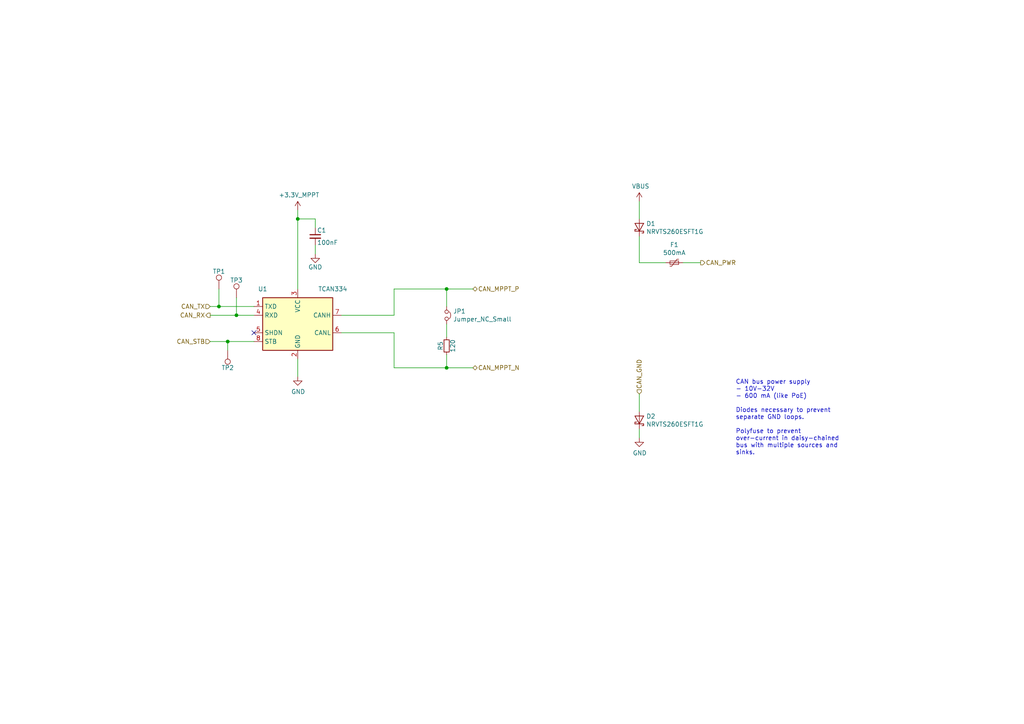
<source format=kicad_sch>
(kicad_sch
	(version 20250114)
	(generator "eeschema")
	(generator_version "9.0")
	(uuid "c84e85d1-d88b-4a38-b2f3-f3712317fab8")
	(paper "A4")
	(lib_symbols
		(symbol "Connector:TestPoint"
			(pin_numbers
				(hide yes)
			)
			(pin_names
				(offset 0.762)
				(hide yes)
			)
			(exclude_from_sim no)
			(in_bom yes)
			(on_board yes)
			(property "Reference" "TP"
				(at 0 6.858 0)
				(effects
					(font
						(size 1.27 1.27)
					)
				)
			)
			(property "Value" "TestPoint"
				(at 0 5.08 0)
				(effects
					(font
						(size 1.27 1.27)
					)
				)
			)
			(property "Footprint" ""
				(at 5.08 0 0)
				(effects
					(font
						(size 1.27 1.27)
					)
					(hide yes)
				)
			)
			(property "Datasheet" "~"
				(at 5.08 0 0)
				(effects
					(font
						(size 1.27 1.27)
					)
					(hide yes)
				)
			)
			(property "Description" "test point"
				(at 0 0 0)
				(effects
					(font
						(size 1.27 1.27)
					)
					(hide yes)
				)
			)
			(property "ki_keywords" "test point tp"
				(at 0 0 0)
				(effects
					(font
						(size 1.27 1.27)
					)
					(hide yes)
				)
			)
			(property "ki_fp_filters" "Pin* Test*"
				(at 0 0 0)
				(effects
					(font
						(size 1.27 1.27)
					)
					(hide yes)
				)
			)
			(symbol "TestPoint_0_1"
				(circle
					(center 0 3.302)
					(radius 0.762)
					(stroke
						(width 0)
						(type default)
					)
					(fill
						(type none)
					)
				)
			)
			(symbol "TestPoint_1_1"
				(pin passive line
					(at 0 0 90)
					(length 2.54)
					(name "1"
						(effects
							(font
								(size 1.27 1.27)
							)
						)
					)
					(number "1"
						(effects
							(font
								(size 1.27 1.27)
							)
						)
					)
				)
			)
			(embedded_fonts no)
		)
		(symbol "Device:Polyfuse_Small"
			(pin_numbers
				(hide yes)
			)
			(pin_names
				(offset 0)
			)
			(exclude_from_sim no)
			(in_bom yes)
			(on_board yes)
			(property "Reference" "F"
				(at -1.905 0 90)
				(effects
					(font
						(size 1.27 1.27)
					)
				)
			)
			(property "Value" "Polyfuse_Small"
				(at 1.905 0 90)
				(effects
					(font
						(size 1.27 1.27)
					)
				)
			)
			(property "Footprint" ""
				(at 1.27 -5.08 0)
				(effects
					(font
						(size 1.27 1.27)
					)
					(justify left)
					(hide yes)
				)
			)
			(property "Datasheet" "~"
				(at 0 0 0)
				(effects
					(font
						(size 1.27 1.27)
					)
					(hide yes)
				)
			)
			(property "Description" "Resettable fuse, polymeric positive temperature coefficient, small symbol"
				(at 0 0 0)
				(effects
					(font
						(size 1.27 1.27)
					)
					(hide yes)
				)
			)
			(property "ki_keywords" "resettable fuse PTC PPTC polyfuse polyswitch"
				(at 0 0 0)
				(effects
					(font
						(size 1.27 1.27)
					)
					(hide yes)
				)
			)
			(property "ki_fp_filters" "*polyfuse* *PTC*"
				(at 0 0 0)
				(effects
					(font
						(size 1.27 1.27)
					)
					(hide yes)
				)
			)
			(symbol "Polyfuse_Small_0_1"
				(polyline
					(pts
						(xy -1.016 1.27) (xy -1.016 0.762) (xy 1.016 -0.762) (xy 1.016 -1.27)
					)
					(stroke
						(width 0)
						(type default)
					)
					(fill
						(type none)
					)
				)
				(rectangle
					(start -0.508 1.27)
					(end 0.508 -1.27)
					(stroke
						(width 0)
						(type default)
					)
					(fill
						(type none)
					)
				)
				(polyline
					(pts
						(xy 0 2.54) (xy 0 -2.54)
					)
					(stroke
						(width 0)
						(type default)
					)
					(fill
						(type none)
					)
				)
			)
			(symbol "Polyfuse_Small_1_1"
				(pin passive line
					(at 0 2.54 270)
					(length 0.635)
					(name "~"
						(effects
							(font
								(size 1.27 1.27)
							)
						)
					)
					(number "1"
						(effects
							(font
								(size 1.27 1.27)
							)
						)
					)
				)
				(pin passive line
					(at 0 -2.54 90)
					(length 0.635)
					(name "~"
						(effects
							(font
								(size 1.27 1.27)
							)
						)
					)
					(number "2"
						(effects
							(font
								(size 1.27 1.27)
							)
						)
					)
				)
			)
			(embedded_fonts no)
		)
		(symbol "Interface_CAN_LIN:TCAN334"
			(exclude_from_sim no)
			(in_bom yes)
			(on_board yes)
			(property "Reference" "U"
				(at -10.16 8.89 0)
				(effects
					(font
						(size 1.27 1.27)
					)
					(justify left)
				)
			)
			(property "Value" "TCAN334"
				(at 2.54 8.89 0)
				(effects
					(font
						(size 1.27 1.27)
					)
					(justify left)
				)
			)
			(property "Footprint" ""
				(at 0 -12.7 0)
				(effects
					(font
						(size 1.27 1.27)
						(italic yes)
					)
					(hide yes)
				)
			)
			(property "Datasheet" "http://www.ti.com/lit/ds/symlink/tcan337.pdf"
				(at 0 0 0)
				(effects
					(font
						(size 1.27 1.27)
					)
					(hide yes)
				)
			)
			(property "Description" "High-Speed CAN Transceiver, 1Mbps, 3.3V supply, low power standby mode, shutdown mode, SOT-23-8/SOIC-8"
				(at 0 0 0)
				(effects
					(font
						(size 1.27 1.27)
					)
					(hide yes)
				)
			)
			(property "ki_keywords" "High-Speed CAN Transceiver"
				(at 0 0 0)
				(effects
					(font
						(size 1.27 1.27)
					)
					(hide yes)
				)
			)
			(property "ki_fp_filters" "*TSOT?23* *SOIC*3.9x4.9mm*P1.27mm*"
				(at 0 0 0)
				(effects
					(font
						(size 1.27 1.27)
					)
					(hide yes)
				)
			)
			(symbol "TCAN334_0_1"
				(rectangle
					(start -10.16 7.62)
					(end 10.16 -7.62)
					(stroke
						(width 0.254)
						(type default)
					)
					(fill
						(type background)
					)
				)
			)
			(symbol "TCAN334_1_1"
				(pin input line
					(at -12.7 5.08 0)
					(length 2.54)
					(name "TXD"
						(effects
							(font
								(size 1.27 1.27)
							)
						)
					)
					(number "1"
						(effects
							(font
								(size 1.27 1.27)
							)
						)
					)
				)
				(pin tri_state line
					(at -12.7 2.54 0)
					(length 2.54)
					(name "RXD"
						(effects
							(font
								(size 1.27 1.27)
							)
						)
					)
					(number "4"
						(effects
							(font
								(size 1.27 1.27)
							)
						)
					)
				)
				(pin input line
					(at -12.7 -2.54 0)
					(length 2.54)
					(name "SHDN"
						(effects
							(font
								(size 1.27 1.27)
							)
						)
					)
					(number "5"
						(effects
							(font
								(size 1.27 1.27)
							)
						)
					)
				)
				(pin input line
					(at -12.7 -5.08 0)
					(length 2.54)
					(name "STB"
						(effects
							(font
								(size 1.27 1.27)
							)
						)
					)
					(number "8"
						(effects
							(font
								(size 1.27 1.27)
							)
						)
					)
				)
				(pin power_in line
					(at 0 10.16 270)
					(length 2.54)
					(name "VCC"
						(effects
							(font
								(size 1.27 1.27)
							)
						)
					)
					(number "3"
						(effects
							(font
								(size 1.27 1.27)
							)
						)
					)
				)
				(pin power_in line
					(at 0 -10.16 90)
					(length 2.54)
					(name "GND"
						(effects
							(font
								(size 1.27 1.27)
							)
						)
					)
					(number "2"
						(effects
							(font
								(size 1.27 1.27)
							)
						)
					)
				)
				(pin bidirectional line
					(at 12.7 2.54 180)
					(length 2.54)
					(name "CANH"
						(effects
							(font
								(size 1.27 1.27)
							)
						)
					)
					(number "7"
						(effects
							(font
								(size 1.27 1.27)
							)
						)
					)
				)
				(pin bidirectional line
					(at 12.7 -2.54 180)
					(length 2.54)
					(name "CANL"
						(effects
							(font
								(size 1.27 1.27)
							)
						)
					)
					(number "6"
						(effects
							(font
								(size 1.27 1.27)
							)
						)
					)
				)
			)
			(embedded_fonts no)
		)
		(symbol "LibreSolar:D_Schottky"
			(pin_numbers
				(hide yes)
			)
			(pin_names
				(offset 0.254)
				(hide yes)
			)
			(exclude_from_sim no)
			(in_bom yes)
			(on_board yes)
			(property "Reference" "D"
				(at 0 2.54 0)
				(effects
					(font
						(size 1.27 1.27)
					)
				)
			)
			(property "Value" "D_Schottky"
				(at 0 -2.54 0)
				(effects
					(font
						(size 1.27 1.27)
					)
				)
			)
			(property "Footprint" ""
				(at -2.54 0 0)
				(effects
					(font
						(size 1.27 1.27)
					)
					(hide yes)
				)
			)
			(property "Datasheet" ""
				(at 0 2.54 0)
				(effects
					(font
						(size 1.27 1.27)
					)
					(hide yes)
				)
			)
			(property "Description" "Schottky diode"
				(at 0 0 0)
				(effects
					(font
						(size 1.27 1.27)
					)
					(hide yes)
				)
			)
			(property "ki_keywords" "schottky diode"
				(at 0 0 0)
				(effects
					(font
						(size 1.27 1.27)
					)
					(hide yes)
				)
			)
			(property "ki_fp_filters" "Diode_* D-Pak_TO252AA *SingleDiode *SingleDiode* *_Diode_*"
				(at 0 0 0)
				(effects
					(font
						(size 1.27 1.27)
					)
					(hide yes)
				)
			)
			(symbol "D_Schottky_0_1"
				(polyline
					(pts
						(xy -1.016 1.27) (xy -0.508 1.27) (xy -0.508 0.762)
					)
					(stroke
						(width 0.2032)
						(type default)
					)
					(fill
						(type none)
					)
				)
				(polyline
					(pts
						(xy -1.016 -1.27) (xy -1.016 1.27)
					)
					(stroke
						(width 0.2032)
						(type default)
					)
					(fill
						(type none)
					)
				)
				(polyline
					(pts
						(xy -1.016 -1.27) (xy -1.524 -1.27) (xy -1.524 -0.762)
					)
					(stroke
						(width 0.2032)
						(type default)
					)
					(fill
						(type none)
					)
				)
				(polyline
					(pts
						(xy 1.27 0) (xy -1.27 0)
					)
					(stroke
						(width 0)
						(type default)
					)
					(fill
						(type none)
					)
				)
				(polyline
					(pts
						(xy 1.27 -1.27) (xy -1.016 0) (xy 1.27 1.27) (xy 1.27 -1.27)
					)
					(stroke
						(width 0.2032)
						(type default)
					)
					(fill
						(type none)
					)
				)
			)
			(symbol "D_Schottky_1_1"
				(pin passive line
					(at -2.54 0 0)
					(length 1.27)
					(name "K"
						(effects
							(font
								(size 1.27 1.27)
							)
						)
					)
					(number "1"
						(effects
							(font
								(size 1.27 1.27)
							)
						)
					)
				)
				(pin passive line
					(at 2.54 0 180)
					(length 1.27)
					(name "A"
						(effects
							(font
								(size 1.27 1.27)
							)
						)
					)
					(number "2"
						(effects
							(font
								(size 1.27 1.27)
							)
						)
					)
				)
			)
			(embedded_fonts no)
		)
		(symbol "LibreSolar:Jumper_NC_Small"
			(pin_numbers
				(hide yes)
			)
			(pin_names
				(offset 0.762)
				(hide yes)
			)
			(exclude_from_sim no)
			(in_bom yes)
			(on_board yes)
			(property "Reference" "JP"
				(at 0 2.032 0)
				(effects
					(font
						(size 1.27 1.27)
					)
				)
			)
			(property "Value" "Jumper_NC_Small"
				(at 0.254 -1.524 0)
				(effects
					(font
						(size 1.27 1.27)
					)
					(hide yes)
				)
			)
			(property "Footprint" ""
				(at 0 0 0)
				(effects
					(font
						(size 1.27 1.27)
					)
				)
			)
			(property "Datasheet" ""
				(at 0 0 0)
				(effects
					(font
						(size 1.27 1.27)
					)
				)
			)
			(property "Description" "Jumper normally close"
				(at 0 0 0)
				(effects
					(font
						(size 1.27 1.27)
					)
					(hide yes)
				)
			)
			(property "ki_keywords" "Jumper, Link"
				(at 0 0 0)
				(effects
					(font
						(size 1.27 1.27)
					)
					(hide yes)
				)
			)
			(symbol "Jumper_NC_Small_0_1"
				(circle
					(center -1.016 0)
					(radius 0.508)
					(stroke
						(width 0)
						(type default)
					)
					(fill
						(type none)
					)
				)
				(arc
					(start -1.016 0.762)
					(mid 0 1.1828)
					(end 1.016 0.762)
					(stroke
						(width 0)
						(type default)
					)
					(fill
						(type none)
					)
				)
				(circle
					(center 1.016 0)
					(radius 0.508)
					(stroke
						(width 0)
						(type default)
					)
					(fill
						(type none)
					)
				)
				(pin passive line
					(at -2.54 0 0)
					(length 1.016)
					(name "1"
						(effects
							(font
								(size 1.27 1.27)
							)
						)
					)
					(number "1"
						(effects
							(font
								(size 1.27 1.27)
							)
						)
					)
				)
				(pin passive line
					(at 2.54 0 180)
					(length 1.016)
					(name "2"
						(effects
							(font
								(size 1.27 1.27)
							)
						)
					)
					(number "2"
						(effects
							(font
								(size 1.27 1.27)
							)
						)
					)
				)
			)
			(embedded_fonts no)
		)
		(symbol "Project:C"
			(pin_numbers
				(hide yes)
			)
			(pin_names
				(offset 0.254)
				(hide yes)
			)
			(exclude_from_sim no)
			(in_bom yes)
			(on_board yes)
			(property "Reference" "C"
				(at 0.635 1.905 0)
				(effects
					(font
						(size 1.27 1.27)
					)
					(justify left)
				)
			)
			(property "Value" "C"
				(at 0.635 -1.905 0)
				(effects
					(font
						(size 1.27 1.27)
					)
					(justify left)
				)
			)
			(property "Footprint" ""
				(at 0 -5.08 0)
				(effects
					(font
						(size 1.27 1.27)
					)
					(hide yes)
				)
			)
			(property "Datasheet" ""
				(at 0.635 1.905 0)
				(effects
					(font
						(size 1.27 1.27)
					)
				)
			)
			(property "Description" "Unpolarized capacitor"
				(at 0 0 0)
				(effects
					(font
						(size 1.27 1.27)
					)
					(hide yes)
				)
			)
			(property "ki_fp_filters" "C? C_????_* C_???? SMD*_c Capacitor*"
				(at 0 0 0)
				(effects
					(font
						(size 1.27 1.27)
					)
					(hide yes)
				)
			)
			(symbol "C_0_1"
				(polyline
					(pts
						(xy -1.524 0.508) (xy 0 0.508) (xy 1.524 0.508)
					)
					(stroke
						(width 0.3048)
						(type solid)
					)
					(fill
						(type none)
					)
				)
				(polyline
					(pts
						(xy -1.524 -0.508) (xy 1.524 -0.508)
					)
					(stroke
						(width 0.3302)
						(type solid)
					)
					(fill
						(type none)
					)
				)
			)
			(symbol "C_1_1"
				(pin passive line
					(at 0 2.54 270)
					(length 1.905)
					(name "~"
						(effects
							(font
								(size 1.016 1.016)
							)
						)
					)
					(number "1"
						(effects
							(font
								(size 1.016 1.016)
							)
						)
					)
				)
				(pin passive line
					(at 0 -2.54 90)
					(length 2.032)
					(name "~"
						(effects
							(font
								(size 1.016 1.016)
							)
						)
					)
					(number "2"
						(effects
							(font
								(size 1.016 1.016)
							)
						)
					)
				)
			)
			(embedded_fonts no)
		)
		(symbol "Project:R"
			(pin_numbers
				(hide yes)
			)
			(pin_names
				(offset 0.254)
				(hide yes)
			)
			(exclude_from_sim no)
			(in_bom yes)
			(on_board yes)
			(property "Reference" "R"
				(at -1.905 0 90)
				(effects
					(font
						(size 1.27 1.27)
					)
				)
			)
			(property "Value" "R"
				(at 1.905 0 90)
				(effects
					(font
						(size 1.27 1.27)
					)
				)
			)
			(property "Footprint" ""
				(at -4.445 -2.54 90)
				(effects
					(font
						(size 1.27 1.27)
					)
					(hide yes)
				)
			)
			(property "Datasheet" ""
				(at 0 0 0)
				(effects
					(font
						(size 1.27 1.27)
					)
				)
			)
			(property "Description" "Resistor"
				(at 0 0 0)
				(effects
					(font
						(size 1.27 1.27)
					)
					(hide yes)
				)
			)
			(property "ki_fp_filters" "Resistor_* R_*"
				(at 0 0 0)
				(effects
					(font
						(size 1.27 1.27)
					)
					(hide yes)
				)
			)
			(symbol "R_0_1"
				(rectangle
					(start -0.762 1.778)
					(end 0.762 -1.778)
					(stroke
						(width 0.2032)
						(type solid)
					)
					(fill
						(type none)
					)
				)
			)
			(symbol "R_1_1"
				(pin passive line
					(at 0 2.54 270)
					(length 0.762)
					(name "~"
						(effects
							(font
								(size 1.016 1.016)
							)
						)
					)
					(number "1"
						(effects
							(font
								(size 1.016 1.016)
							)
						)
					)
				)
				(pin passive line
					(at 0 -2.54 90)
					(length 0.762)
					(name "~"
						(effects
							(font
								(size 1.016 1.016)
							)
						)
					)
					(number "2"
						(effects
							(font
								(size 1.016 1.016)
							)
						)
					)
				)
			)
			(embedded_fonts no)
		)
		(symbol "mppt-2420-hc-rescue:+3.3V-power"
			(power)
			(pin_names
				(offset 0)
			)
			(exclude_from_sim no)
			(in_bom yes)
			(on_board yes)
			(property "Reference" "#PWR"
				(at 0 -3.81 0)
				(effects
					(font
						(size 1.27 1.27)
					)
					(hide yes)
				)
			)
			(property "Value" "power_+3.3V"
				(at 0 3.556 0)
				(effects
					(font
						(size 1.27 1.27)
					)
				)
			)
			(property "Footprint" ""
				(at 0 0 0)
				(effects
					(font
						(size 1.27 1.27)
					)
					(hide yes)
				)
			)
			(property "Datasheet" ""
				(at 0 0 0)
				(effects
					(font
						(size 1.27 1.27)
					)
					(hide yes)
				)
			)
			(property "Description" ""
				(at 0 0 0)
				(effects
					(font
						(size 1.27 1.27)
					)
					(hide yes)
				)
			)
			(symbol "+3.3V-power_0_1"
				(polyline
					(pts
						(xy -0.762 1.27) (xy 0 2.54)
					)
					(stroke
						(width 0)
						(type solid)
					)
					(fill
						(type none)
					)
				)
				(polyline
					(pts
						(xy 0 2.54) (xy 0.762 1.27)
					)
					(stroke
						(width 0)
						(type solid)
					)
					(fill
						(type none)
					)
				)
				(polyline
					(pts
						(xy 0 0) (xy 0 2.54)
					)
					(stroke
						(width 0)
						(type solid)
					)
					(fill
						(type none)
					)
				)
			)
			(symbol "+3.3V-power_1_1"
				(pin power_in line
					(at 0 0 90)
					(length 0)
					(hide yes)
					(name "+3V3"
						(effects
							(font
								(size 1.27 1.27)
							)
						)
					)
					(number "1"
						(effects
							(font
								(size 1.27 1.27)
							)
						)
					)
				)
			)
			(embedded_fonts no)
		)
		(symbol "mppt-2420-hc-rescue:GND-power"
			(power)
			(pin_names
				(offset 0)
			)
			(exclude_from_sim no)
			(in_bom yes)
			(on_board yes)
			(property "Reference" "#PWR"
				(at 0 -6.35 0)
				(effects
					(font
						(size 1.27 1.27)
					)
					(hide yes)
				)
			)
			(property "Value" "power_GND"
				(at 0 -3.81 0)
				(effects
					(font
						(size 1.27 1.27)
					)
				)
			)
			(property "Footprint" ""
				(at 0 0 0)
				(effects
					(font
						(size 1.27 1.27)
					)
					(hide yes)
				)
			)
			(property "Datasheet" ""
				(at 0 0 0)
				(effects
					(font
						(size 1.27 1.27)
					)
					(hide yes)
				)
			)
			(property "Description" ""
				(at 0 0 0)
				(effects
					(font
						(size 1.27 1.27)
					)
					(hide yes)
				)
			)
			(symbol "GND-power_0_1"
				(polyline
					(pts
						(xy 0 0) (xy 0 -1.27) (xy 1.27 -1.27) (xy 0 -2.54) (xy -1.27 -1.27) (xy 0 -1.27)
					)
					(stroke
						(width 0)
						(type solid)
					)
					(fill
						(type none)
					)
				)
			)
			(symbol "GND-power_1_1"
				(pin power_in line
					(at 0 0 270)
					(length 0)
					(hide yes)
					(name "GND"
						(effects
							(font
								(size 1.27 1.27)
							)
						)
					)
					(number "1"
						(effects
							(font
								(size 1.27 1.27)
							)
						)
					)
				)
			)
			(embedded_fonts no)
		)
		(symbol "mppt-2420-hc-rescue:VBUS-power"
			(power)
			(pin_names
				(offset 0)
			)
			(exclude_from_sim no)
			(in_bom yes)
			(on_board yes)
			(property "Reference" "#PWR"
				(at 0 -3.81 0)
				(effects
					(font
						(size 1.27 1.27)
					)
					(hide yes)
				)
			)
			(property "Value" "power_VBUS"
				(at 0 3.81 0)
				(effects
					(font
						(size 1.27 1.27)
					)
				)
			)
			(property "Footprint" ""
				(at 0 0 0)
				(effects
					(font
						(size 1.27 1.27)
					)
					(hide yes)
				)
			)
			(property "Datasheet" ""
				(at 0 0 0)
				(effects
					(font
						(size 1.27 1.27)
					)
					(hide yes)
				)
			)
			(property "Description" ""
				(at 0 0 0)
				(effects
					(font
						(size 1.27 1.27)
					)
					(hide yes)
				)
			)
			(symbol "VBUS-power_0_1"
				(polyline
					(pts
						(xy -0.762 1.27) (xy 0 2.54)
					)
					(stroke
						(width 0)
						(type solid)
					)
					(fill
						(type none)
					)
				)
				(polyline
					(pts
						(xy 0 2.54) (xy 0.762 1.27)
					)
					(stroke
						(width 0)
						(type solid)
					)
					(fill
						(type none)
					)
				)
				(polyline
					(pts
						(xy 0 0) (xy 0 2.54)
					)
					(stroke
						(width 0)
						(type solid)
					)
					(fill
						(type none)
					)
				)
			)
			(symbol "VBUS-power_1_1"
				(pin power_in line
					(at 0 0 90)
					(length 0)
					(hide yes)
					(name "VBUS"
						(effects
							(font
								(size 1.27 1.27)
							)
						)
					)
					(number "1"
						(effects
							(font
								(size 1.27 1.27)
							)
						)
					)
				)
			)
			(embedded_fonts no)
		)
	)
	(text "CAN bus power supply\n- 10V-32V\n- 600 mA (like PoE)\n\nDiodes necessary to prevent\nseparate GND loops.\n\nPolyfuse to prevent \nover-current in daisy-chained \nbus with multiple sources and \nsinks."
		(exclude_from_sim no)
		(at 213.36 132.08 0)
		(effects
			(font
				(size 1.27 1.27)
			)
			(justify left bottom)
		)
		(uuid "f48d77dd-ace5-4043-b348-2e88993659ae")
	)
	(junction
		(at 63.5 88.9)
		(diameter 0)
		(color 0 0 0 0)
		(uuid "07eaf968-d7d3-4167-8c9d-258c2b2ec626")
	)
	(junction
		(at 129.54 106.68)
		(diameter 0)
		(color 0 0 0 0)
		(uuid "3af54862-fe2a-44e1-b285-e6857c4f3e1e")
	)
	(junction
		(at 66.04 99.06)
		(diameter 0)
		(color 0 0 0 0)
		(uuid "4fcc30bc-9b57-46c2-acc8-1d7d534255e3")
	)
	(junction
		(at 129.54 83.82)
		(diameter 0)
		(color 0 0 0 0)
		(uuid "9422baf3-aa10-432d-85d1-0e638f15919f")
	)
	(junction
		(at 86.36 63.5)
		(diameter 0)
		(color 0 0 0 0)
		(uuid "b450ff42-98b5-46b9-bcbe-44d81f4fe185")
	)
	(junction
		(at 68.58 91.44)
		(diameter 0)
		(color 0 0 0 0)
		(uuid "f14cf19a-be52-4afb-8dd9-3003e8945aba")
	)
	(no_connect
		(at 73.66 96.52)
		(uuid "9155d5c8-d773-433b-b18b-12be2dd98be3")
	)
	(wire
		(pts
			(xy 114.3 83.82) (xy 129.54 83.82)
		)
		(stroke
			(width 0)
			(type default)
		)
		(uuid "09a9796c-fe89-4301-b8a2-969304312409")
	)
	(wire
		(pts
			(xy 193.04 76.2) (xy 185.42 76.2)
		)
		(stroke
			(width 0)
			(type default)
		)
		(uuid "123a1abc-1aeb-41ea-8ab8-c83ddaa54a38")
	)
	(wire
		(pts
			(xy 114.3 106.68) (xy 129.54 106.68)
		)
		(stroke
			(width 0)
			(type default)
		)
		(uuid "153253e5-9daa-42b4-8e8c-7e52bf94c766")
	)
	(wire
		(pts
			(xy 73.66 99.06) (xy 66.04 99.06)
		)
		(stroke
			(width 0)
			(type default)
		)
		(uuid "1d1d3d47-ece3-476c-8862-e3b9816cf4a5")
	)
	(wire
		(pts
			(xy 91.44 66.04) (xy 91.44 63.5)
		)
		(stroke
			(width 0)
			(type default)
		)
		(uuid "260c640f-9926-42a4-8425-8dcb5ba79a63")
	)
	(wire
		(pts
			(xy 73.66 88.9) (xy 63.5 88.9)
		)
		(stroke
			(width 0)
			(type default)
		)
		(uuid "2723e994-18db-4d41-8e4f-7ce44d6624ef")
	)
	(wire
		(pts
			(xy 66.04 99.06) (xy 66.04 101.6)
		)
		(stroke
			(width 0)
			(type default)
		)
		(uuid "2a0f03bf-9010-4491-8c2b-ba1e4fc5c93b")
	)
	(wire
		(pts
			(xy 66.04 99.06) (xy 60.96 99.06)
		)
		(stroke
			(width 0)
			(type default)
		)
		(uuid "343fafbf-8fad-4369-9425-40bb3a10eda9")
	)
	(wire
		(pts
			(xy 129.54 106.68) (xy 137.16 106.68)
		)
		(stroke
			(width 0)
			(type default)
		)
		(uuid "39f70028-e45d-44e7-9b0c-06bc66ee3078")
	)
	(wire
		(pts
			(xy 137.16 83.82) (xy 129.54 83.82)
		)
		(stroke
			(width 0)
			(type default)
		)
		(uuid "460041a8-16ef-4317-8e00-1221fdfea9ed")
	)
	(wire
		(pts
			(xy 63.5 88.9) (xy 60.96 88.9)
		)
		(stroke
			(width 0)
			(type default)
		)
		(uuid "520c803b-6ac3-489b-a119-f679fc8993b8")
	)
	(wire
		(pts
			(xy 86.36 63.5) (xy 86.36 60.96)
		)
		(stroke
			(width 0)
			(type default)
		)
		(uuid "566124bc-b5c5-4f0c-baf1-6a3171b6b86b")
	)
	(wire
		(pts
			(xy 185.42 76.2) (xy 185.42 68.58)
		)
		(stroke
			(width 0)
			(type default)
		)
		(uuid "56ea5a7b-f82b-4110-ba2a-4b6fdae6a318")
	)
	(wire
		(pts
			(xy 86.36 83.82) (xy 86.36 63.5)
		)
		(stroke
			(width 0)
			(type default)
		)
		(uuid "57cd208f-2405-4d4a-b60f-aeb46b76e7bd")
	)
	(wire
		(pts
			(xy 68.58 91.44) (xy 60.96 91.44)
		)
		(stroke
			(width 0)
			(type default)
		)
		(uuid "59a9b880-3dba-4820-a2a5-b331e4e79dd1")
	)
	(wire
		(pts
			(xy 203.2 76.2) (xy 198.12 76.2)
		)
		(stroke
			(width 0)
			(type default)
		)
		(uuid "65ccb995-648b-4f3d-a4e1-e1827fbbe5df")
	)
	(wire
		(pts
			(xy 129.54 93.98) (xy 129.54 97.79)
		)
		(stroke
			(width 0)
			(type default)
		)
		(uuid "6ba44643-3fb1-4f82-9e11-50a2e27e0648")
	)
	(wire
		(pts
			(xy 99.06 96.52) (xy 114.3 96.52)
		)
		(stroke
			(width 0)
			(type default)
		)
		(uuid "8c1d6462-fb2d-4484-bf8b-46e8e9e83cd8")
	)
	(wire
		(pts
			(xy 185.42 119.38) (xy 185.42 114.3)
		)
		(stroke
			(width 0)
			(type default)
		)
		(uuid "983b722f-57e6-4f8e-a94d-fc1ee6b13789")
	)
	(wire
		(pts
			(xy 86.36 63.5) (xy 91.44 63.5)
		)
		(stroke
			(width 0)
			(type default)
		)
		(uuid "9f5f572d-fe9a-46b7-8ef9-3deaddf0b99d")
	)
	(wire
		(pts
			(xy 68.58 86.36) (xy 68.58 91.44)
		)
		(stroke
			(width 0)
			(type default)
		)
		(uuid "a73d87ab-a44f-4a01-a6ee-b38212cbb9e1")
	)
	(wire
		(pts
			(xy 86.36 104.14) (xy 86.36 109.22)
		)
		(stroke
			(width 0)
			(type default)
		)
		(uuid "b6a2d498-efdd-47c7-abf2-ab6d4d91730c")
	)
	(wire
		(pts
			(xy 63.5 83.82) (xy 63.5 88.9)
		)
		(stroke
			(width 0)
			(type default)
		)
		(uuid "bbdca37c-14bb-43ef-ae14-1621f12f8dc0")
	)
	(wire
		(pts
			(xy 185.42 124.46) (xy 185.42 127)
		)
		(stroke
			(width 0)
			(type default)
		)
		(uuid "bc9f8266-3dcf-4aa4-b6e2-686e969b9673")
	)
	(wire
		(pts
			(xy 114.3 96.52) (xy 114.3 106.68)
		)
		(stroke
			(width 0)
			(type default)
		)
		(uuid "ca0de6fb-084c-4602-8ff9-5506eeb3b7fe")
	)
	(wire
		(pts
			(xy 129.54 83.82) (xy 129.54 88.9)
		)
		(stroke
			(width 0)
			(type default)
		)
		(uuid "d491ddd4-845c-4892-9b5f-13ca51a049e5")
	)
	(wire
		(pts
			(xy 99.06 91.44) (xy 114.3 91.44)
		)
		(stroke
			(width 0)
			(type default)
		)
		(uuid "d7007905-7289-4a33-859a-6029b84f9573")
	)
	(wire
		(pts
			(xy 91.44 71.12) (xy 91.44 73.66)
		)
		(stroke
			(width 0)
			(type default)
		)
		(uuid "d82a9b93-1722-4422-8291-20c958a85449")
	)
	(wire
		(pts
			(xy 73.66 91.44) (xy 68.58 91.44)
		)
		(stroke
			(width 0)
			(type default)
		)
		(uuid "d8510847-a779-4645-ab9d-9fa820e03b2a")
	)
	(wire
		(pts
			(xy 129.54 102.87) (xy 129.54 106.68)
		)
		(stroke
			(width 0)
			(type default)
		)
		(uuid "e37683dc-a758-444b-8141-5b2b01c30999")
	)
	(wire
		(pts
			(xy 114.3 83.82) (xy 114.3 91.44)
		)
		(stroke
			(width 0)
			(type default)
		)
		(uuid "ea0751fb-8693-4d71-9b88-a084982f53c7")
	)
	(wire
		(pts
			(xy 185.42 58.42) (xy 185.42 63.5)
		)
		(stroke
			(width 0)
			(type default)
		)
		(uuid "ed0ce3b4-c6f5-4c75-a00f-aa045060e8f1")
	)
	(hierarchical_label "CAN_MPPT_P"
		(shape bidirectional)
		(at 137.16 83.82 0)
		(effects
			(font
				(size 1.27 1.27)
			)
			(justify left)
		)
		(uuid "1c936bf9-29d7-4b9a-a52a-9668c844e3a0")
	)
	(hierarchical_label "CAN_GND"
		(shape input)
		(at 185.42 114.3 90)
		(effects
			(font
				(size 1.27 1.27)
			)
			(justify left)
		)
		(uuid "1d04ac31-434b-4374-bbdc-dc54c8a02fe7")
	)
	(hierarchical_label "CAN_STB"
		(shape input)
		(at 60.96 99.06 180)
		(effects
			(font
				(size 1.27 1.27)
			)
			(justify right)
		)
		(uuid "1fe537e4-d7e3-45a0-8a7b-f795ae925ead")
	)
	(hierarchical_label "CAN_MPPT_N"
		(shape bidirectional)
		(at 137.16 106.68 0)
		(effects
			(font
				(size 1.27 1.27)
			)
			(justify left)
		)
		(uuid "41894675-7542-4639-ba24-a59f9783cd0d")
	)
	(hierarchical_label "CAN_PWR"
		(shape output)
		(at 203.2 76.2 0)
		(effects
			(font
				(size 1.27 1.27)
			)
			(justify left)
		)
		(uuid "88b7cb6f-b114-4354-9beb-d89acc79154b")
	)
	(hierarchical_label "CAN_RX"
		(shape output)
		(at 60.96 91.44 180)
		(effects
			(font
				(size 1.27 1.27)
			)
			(justify right)
		)
		(uuid "91d7c3b7-cefe-46bd-baf4-d6786fdf5c72")
	)
	(hierarchical_label "CAN_TX"
		(shape input)
		(at 60.96 88.9 180)
		(effects
			(font
				(size 1.27 1.27)
			)
			(justify right)
		)
		(uuid "c35ffdf1-43f6-49c9-8934-43bfd938aef2")
	)
	(symbol
		(lib_id "mppt-2420-hc-rescue:VBUS-power")
		(at 185.42 58.42 0)
		(unit 1)
		(exclude_from_sim no)
		(in_bom yes)
		(on_board yes)
		(dnp no)
		(uuid "0c0c6638-d9f8-4faf-8aac-f4333d33127a")
		(property "Reference" "#PWR078"
			(at 185.42 62.23 0)
			(effects
				(font
					(size 1.27 1.27)
				)
				(hide yes)
			)
		)
		(property "Value" "VBUS"
			(at 185.801 54.0258 0)
			(effects
				(font
					(size 1.27 1.27)
				)
			)
		)
		(property "Footprint" ""
			(at 185.42 58.42 0)
			(effects
				(font
					(size 1.27 1.27)
				)
				(hide yes)
			)
		)
		(property "Datasheet" ""
			(at 185.42 58.42 0)
			(effects
				(font
					(size 1.27 1.27)
				)
				(hide yes)
			)
		)
		(property "Description" ""
			(at 185.42 58.42 0)
			(effects
				(font
					(size 1.27 1.27)
				)
				(hide yes)
			)
		)
		(pin "1"
			(uuid "cfba3933-429e-4be3-9f10-e0d05f5252f8")
		)
		(instances
			(project "can"
				(path "/9f3d5417-5867-46b7-82ba-aa6fc05c5c88/981f23f2-2857-49eb-8334-6092f170093b/b8978de9-cd0e-4406-ad83-52b5f4a4dc4d"
					(reference "#PWR078")
					(unit 1)
				)
			)
			(project "can"
				(path "/c84e85d1-d88b-4a38-b2f3-f3712317fab8"
					(reference "#PWR04")
					(unit 1)
				)
			)
		)
	)
	(symbol
		(lib_id "mppt-2420-hc-rescue:GND-power")
		(at 91.44 73.66 0)
		(unit 1)
		(exclude_from_sim no)
		(in_bom yes)
		(on_board yes)
		(dnp no)
		(uuid "1f5902a8-e6ca-4f03-9d71-4362f98504ba")
		(property "Reference" "#PWR077"
			(at 91.44 80.01 0)
			(effects
				(font
					(size 1.27 1.27)
				)
				(hide yes)
			)
		)
		(property "Value" "GND"
			(at 91.44 77.47 0)
			(effects
				(font
					(size 1.27 1.27)
				)
			)
		)
		(property "Footprint" ""
			(at 91.44 73.66 0)
			(effects
				(font
					(size 1.27 1.27)
				)
			)
		)
		(property "Datasheet" ""
			(at 91.44 73.66 0)
			(effects
				(font
					(size 1.27 1.27)
				)
			)
		)
		(property "Description" ""
			(at 91.44 73.66 0)
			(effects
				(font
					(size 1.27 1.27)
				)
				(hide yes)
			)
		)
		(pin "1"
			(uuid "7a898f12-2884-433a-a2a2-570f8ada1c98")
		)
		(instances
			(project "can"
				(path "/9f3d5417-5867-46b7-82ba-aa6fc05c5c88/981f23f2-2857-49eb-8334-6092f170093b/b8978de9-cd0e-4406-ad83-52b5f4a4dc4d"
					(reference "#PWR077")
					(unit 1)
				)
			)
			(project "can"
				(path "/c84e85d1-d88b-4a38-b2f3-f3712317fab8"
					(reference "#PWR03")
					(unit 1)
				)
			)
		)
	)
	(symbol
		(lib_id "Project:C")
		(at 91.44 68.58 0)
		(unit 1)
		(exclude_from_sim no)
		(in_bom yes)
		(on_board yes)
		(dnp no)
		(uuid "33b42296-9391-4c06-ac51-352f08daa4e7")
		(property "Reference" "C38"
			(at 91.948 66.802 0)
			(effects
				(font
					(size 1.27 1.27)
				)
				(justify left)
			)
		)
		(property "Value" "100nF"
			(at 91.948 70.358 0)
			(effects
				(font
					(size 1.27 1.27)
				)
				(justify left)
			)
		)
		(property "Footprint" "LibreSolar:C_0603_1608"
			(at 91.44 68.58 0)
			(effects
				(font
					(size 1.27 1.27)
				)
				(hide yes)
			)
		)
		(property "Datasheet" ""
			(at 91.44 68.58 0)
			(effects
				(font
					(size 1.27 1.27)
				)
			)
		)
		(property "Description" ""
			(at 91.44 68.58 0)
			(effects
				(font
					(size 1.27 1.27)
				)
				(hide yes)
			)
		)
		(property "Manufacturer" "any"
			(at -92.71 142.24 0)
			(effects
				(font
					(size 1.27 1.27)
				)
				(hide yes)
			)
		)
		(property "Config" "+can"
			(at 91.44 68.58 0)
			(effects
				(font
					(size 1.27 1.27)
				)
				(hide yes)
			)
		)
		(pin "2"
			(uuid "cd3b3e7e-af4a-45e2-905c-ef189e1ca78d")
		)
		(pin "1"
			(uuid "7388ffdc-cd79-4f1a-94ae-a25508f193e3")
		)
		(instances
			(project "can"
				(path "/9f3d5417-5867-46b7-82ba-aa6fc05c5c88/981f23f2-2857-49eb-8334-6092f170093b/b8978de9-cd0e-4406-ad83-52b5f4a4dc4d"
					(reference "C38")
					(unit 1)
				)
			)
			(project "can"
				(path "/c84e85d1-d88b-4a38-b2f3-f3712317fab8"
					(reference "C1")
					(unit 1)
				)
			)
		)
	)
	(symbol
		(lib_id "LibreSolar:Jumper_NC_Small")
		(at 129.54 91.44 270)
		(unit 1)
		(exclude_from_sim no)
		(in_bom yes)
		(on_board yes)
		(dnp no)
		(uuid "6acb1d6c-39ea-4328-829f-4ea406dea91f")
		(property "Reference" "JP4"
			(at 131.4196 90.2716 90)
			(effects
				(font
					(size 1.27 1.27)
				)
				(justify left)
			)
		)
		(property "Value" "Jumper_NC_Small"
			(at 131.4196 92.583 90)
			(effects
				(font
					(size 1.27 1.27)
				)
				(justify left)
			)
		)
		(property "Footprint" "Connector_PinHeader_2.54mm:PinHeader_1x02_P2.54mm_Vertical"
			(at 129.54 91.44 0)
			(effects
				(font
					(size 1.27 1.27)
				)
				(hide yes)
			)
		)
		(property "Datasheet" "~"
			(at 129.54 91.44 0)
			(effects
				(font
					(size 1.27 1.27)
				)
				(hide yes)
			)
		)
		(property "Description" ""
			(at 129.54 91.44 0)
			(effects
				(font
					(size 1.27 1.27)
				)
				(hide yes)
			)
		)
		(property "Config" "+can"
			(at 129.54 91.44 0)
			(effects
				(font
					(size 1.27 1.27)
				)
				(hide yes)
			)
		)
		(pin "2"
			(uuid "d94ed4d6-cfcd-4e29-bc4e-e8408ced2a7d")
		)
		(pin "1"
			(uuid "8e403cd1-5662-48fb-a94c-b13ae55a7a31")
		)
		(instances
			(project "can"
				(path "/9f3d5417-5867-46b7-82ba-aa6fc05c5c88/981f23f2-2857-49eb-8334-6092f170093b/b8978de9-cd0e-4406-ad83-52b5f4a4dc4d"
					(reference "JP4")
					(unit 1)
				)
			)
			(project "can"
				(path "/c84e85d1-d88b-4a38-b2f3-f3712317fab8"
					(reference "JP1")
					(unit 1)
				)
			)
		)
	)
	(symbol
		(lib_id "Connector:TestPoint")
		(at 63.5 83.82 0)
		(unit 1)
		(exclude_from_sim no)
		(in_bom yes)
		(on_board yes)
		(dnp no)
		(uuid "6f511515-1341-4cf4-80e7-0be7074a256f")
		(property "Reference" "TP6"
			(at 63.5 78.74 0)
			(effects
				(font
					(size 1.27 1.27)
				)
			)
		)
		(property "Value" "1.5mm"
			(at 64.9732 83.1342 0)
			(effects
				(font
					(size 1.27 1.27)
				)
				(justify left)
				(hide yes)
			)
		)
		(property "Footprint" "TestPoint:TestPoint_Pad_D1.5mm"
			(at 68.58 83.82 0)
			(effects
				(font
					(size 1.27 1.27)
				)
				(hide yes)
			)
		)
		(property "Datasheet" "~"
			(at 68.58 83.82 0)
			(effects
				(font
					(size 1.27 1.27)
				)
				(hide yes)
			)
		)
		(property "Description" ""
			(at 63.5 83.82 0)
			(effects
				(font
					(size 1.27 1.27)
				)
				(hide yes)
			)
		)
		(property "Config" "+info"
			(at 63.5 83.82 0)
			(effects
				(font
					(size 1.27 1.27)
				)
				(hide yes)
			)
		)
		(pin "1"
			(uuid "af5ca4e1-7467-4ce2-befb-2feb6da80907")
		)
		(instances
			(project "can"
				(path "/9f3d5417-5867-46b7-82ba-aa6fc05c5c88/981f23f2-2857-49eb-8334-6092f170093b/b8978de9-cd0e-4406-ad83-52b5f4a4dc4d"
					(reference "TP6")
					(unit 1)
				)
			)
			(project "can"
				(path "/c84e85d1-d88b-4a38-b2f3-f3712317fab8"
					(reference "TP1")
					(unit 1)
				)
			)
		)
	)
	(symbol
		(lib_id "Connector:TestPoint")
		(at 68.58 86.36 0)
		(unit 1)
		(exclude_from_sim no)
		(in_bom yes)
		(on_board yes)
		(dnp no)
		(uuid "6fada2a9-1941-4d86-87bd-36578b3d717e")
		(property "Reference" "TP8"
			(at 68.58 81.28 0)
			(effects
				(font
					(size 1.27 1.27)
				)
			)
		)
		(property "Value" "1.5mm"
			(at 70.0532 85.6742 0)
			(effects
				(font
					(size 1.27 1.27)
				)
				(justify left)
				(hide yes)
			)
		)
		(property "Footprint" "TestPoint:TestPoint_Pad_D1.5mm"
			(at 73.66 86.36 0)
			(effects
				(font
					(size 1.27 1.27)
				)
				(hide yes)
			)
		)
		(property "Datasheet" "~"
			(at 73.66 86.36 0)
			(effects
				(font
					(size 1.27 1.27)
				)
				(hide yes)
			)
		)
		(property "Description" ""
			(at 68.58 86.36 0)
			(effects
				(font
					(size 1.27 1.27)
				)
				(hide yes)
			)
		)
		(property "Config" "+info"
			(at 68.58 86.36 0)
			(effects
				(font
					(size 1.27 1.27)
				)
				(hide yes)
			)
		)
		(pin "1"
			(uuid "1c645fdf-2146-4caf-8d28-cc273ec1c49e")
		)
		(instances
			(project "can"
				(path "/9f3d5417-5867-46b7-82ba-aa6fc05c5c88/981f23f2-2857-49eb-8334-6092f170093b/b8978de9-cd0e-4406-ad83-52b5f4a4dc4d"
					(reference "TP8")
					(unit 1)
				)
			)
			(project "can"
				(path "/c84e85d1-d88b-4a38-b2f3-f3712317fab8"
					(reference "TP3")
					(unit 1)
				)
			)
		)
	)
	(symbol
		(lib_id "Project:R")
		(at 129.54 100.33 0)
		(unit 1)
		(exclude_from_sim no)
		(in_bom yes)
		(on_board yes)
		(dnp no)
		(uuid "7014f7fa-a597-4f97-afa5-d5d5c7faa4b9")
		(property "Reference" "R5"
			(at 127.762 100.33 90)
			(effects
				(font
					(size 1.27 1.27)
				)
			)
		)
		(property "Value" "120"
			(at 131.318 100.33 90)
			(effects
				(font
					(size 1.27 1.27)
				)
			)
		)
		(property "Footprint" "LibreSolar:R_1206_3216"
			(at 129.54 100.33 0)
			(effects
				(font
					(size 1.27 1.27)
				)
				(hide yes)
			)
		)
		(property "Datasheet" ""
			(at 129.54 100.33 0)
			(effects
				(font
					(size 1.27 1.27)
				)
			)
		)
		(property "Description" ""
			(at 129.54 100.33 0)
			(effects
				(font
					(size 1.27 1.27)
				)
				(hide yes)
			)
		)
		(property "Manufacturer" "Yageo"
			(at -111.76 146.05 0)
			(effects
				(font
					(size 1.27 1.27)
				)
				(hide yes)
			)
		)
		(property "PartNumber" "RC1206FR-07120RL"
			(at -111.76 146.05 0)
			(effects
				(font
					(size 1.27 1.27)
				)
				(hide yes)
			)
		)
		(pin "2"
			(uuid "8013e45e-a5f3-4f7f-96cf-d6f8081c651c")
		)
		(pin "1"
			(uuid "810aad53-429e-4596-980c-16c276042482")
		)
		(instances
			(project "EPS"
				(path "/9f3d5417-5867-46b7-82ba-aa6fc05c5c88/981f23f2-2857-49eb-8334-6092f170093b/b8978de9-cd0e-4406-ad83-52b5f4a4dc4d"
					(reference "R5")
					(unit 1)
				)
			)
		)
	)
	(symbol
		(lib_id "mppt-2420-hc-rescue:GND-power")
		(at 86.36 109.22 0)
		(unit 1)
		(exclude_from_sim no)
		(in_bom yes)
		(on_board yes)
		(dnp no)
		(uuid "82a0f085-e5f6-4ae3-bbb0-995b5aed9dd5")
		(property "Reference" "#PWR076"
			(at 86.36 115.57 0)
			(effects
				(font
					(size 1.27 1.27)
				)
				(hide yes)
			)
		)
		(property "Value" "GND"
			(at 86.487 113.6142 0)
			(effects
				(font
					(size 1.27 1.27)
				)
			)
		)
		(property "Footprint" ""
			(at 86.36 109.22 0)
			(effects
				(font
					(size 1.27 1.27)
				)
				(hide yes)
			)
		)
		(property "Datasheet" ""
			(at 86.36 109.22 0)
			(effects
				(font
					(size 1.27 1.27)
				)
				(hide yes)
			)
		)
		(property "Description" ""
			(at 86.36 109.22 0)
			(effects
				(font
					(size 1.27 1.27)
				)
				(hide yes)
			)
		)
		(pin "1"
			(uuid "07348dad-1667-423a-ac82-021879d401d4")
		)
		(instances
			(project "can"
				(path "/9f3d5417-5867-46b7-82ba-aa6fc05c5c88/981f23f2-2857-49eb-8334-6092f170093b/b8978de9-cd0e-4406-ad83-52b5f4a4dc4d"
					(reference "#PWR076")
					(unit 1)
				)
			)
			(project "can"
				(path "/c84e85d1-d88b-4a38-b2f3-f3712317fab8"
					(reference "#PWR02")
					(unit 1)
				)
			)
		)
	)
	(symbol
		(lib_id "mppt-2420-hc-rescue:GND-power")
		(at 185.42 127 0)
		(unit 1)
		(exclude_from_sim no)
		(in_bom yes)
		(on_board yes)
		(dnp no)
		(uuid "956d784b-98b7-44b8-9594-9d673abcc8cf")
		(property "Reference" "#PWR079"
			(at 185.42 133.35 0)
			(effects
				(font
					(size 1.27 1.27)
				)
				(hide yes)
			)
		)
		(property "Value" "GND"
			(at 185.547 131.3942 0)
			(effects
				(font
					(size 1.27 1.27)
				)
			)
		)
		(property "Footprint" ""
			(at 185.42 127 0)
			(effects
				(font
					(size 1.27 1.27)
				)
				(hide yes)
			)
		)
		(property "Datasheet" ""
			(at 185.42 127 0)
			(effects
				(font
					(size 1.27 1.27)
				)
				(hide yes)
			)
		)
		(property "Description" ""
			(at 185.42 127 0)
			(effects
				(font
					(size 1.27 1.27)
				)
				(hide yes)
			)
		)
		(pin "1"
			(uuid "94d71972-233a-46b6-a334-c6c6f41294a1")
		)
		(instances
			(project "can"
				(path "/9f3d5417-5867-46b7-82ba-aa6fc05c5c88/981f23f2-2857-49eb-8334-6092f170093b/b8978de9-cd0e-4406-ad83-52b5f4a4dc4d"
					(reference "#PWR079")
					(unit 1)
				)
			)
			(project "can"
				(path "/c84e85d1-d88b-4a38-b2f3-f3712317fab8"
					(reference "#PWR05")
					(unit 1)
				)
			)
		)
	)
	(symbol
		(lib_id "Device:Polyfuse_Small")
		(at 195.58 76.2 270)
		(unit 1)
		(exclude_from_sim no)
		(in_bom yes)
		(on_board yes)
		(dnp no)
		(uuid "9578c905-ade4-465a-afcd-631626bcff89")
		(property "Reference" "F2"
			(at 195.58 70.993 90)
			(effects
				(font
					(size 1.27 1.27)
				)
			)
		)
		(property "Value" "500mA"
			(at 195.58 73.3044 90)
			(effects
				(font
					(size 1.27 1.27)
				)
			)
		)
		(property "Footprint" "Fuse:Fuse_1206_3216Metric"
			(at 190.5 77.47 0)
			(effects
				(font
					(size 1.27 1.27)
				)
				(justify left)
				(hide yes)
			)
		)
		(property "Datasheet" "~"
			(at 195.58 76.2 0)
			(effects
				(font
					(size 1.27 1.27)
				)
				(hide yes)
			)
		)
		(property "Description" ""
			(at 195.58 76.2 0)
			(effects
				(font
					(size 1.27 1.27)
				)
				(hide yes)
			)
		)
		(property "Config" "+can"
			(at 195.58 76.2 0)
			(effects
				(font
					(size 1.27 1.27)
				)
				(hide yes)
			)
		)
		(property "Manufacturer" "Bel Fuse"
			(at 195.58 76.2 0)
			(effects
				(font
					(size 1.27 1.27)
				)
				(hide yes)
			)
		)
		(property "PartNumber" "0ZCJ0050AF2E"
			(at 195.58 76.2 0)
			(effects
				(font
					(size 1.27 1.27)
				)
				(hide yes)
			)
		)
		(pin "1"
			(uuid "41c83b5d-5357-4d58-95be-0d8541948934")
		)
		(pin "2"
			(uuid "a8703fbf-3f0b-4bb5-90bc-9b71fe8ff813")
		)
		(instances
			(project "can"
				(path "/9f3d5417-5867-46b7-82ba-aa6fc05c5c88/981f23f2-2857-49eb-8334-6092f170093b/b8978de9-cd0e-4406-ad83-52b5f4a4dc4d"
					(reference "F2")
					(unit 1)
				)
			)
			(project "can"
				(path "/c84e85d1-d88b-4a38-b2f3-f3712317fab8"
					(reference "F1")
					(unit 1)
				)
			)
		)
	)
	(symbol
		(lib_id "LibreSolar:D_Schottky")
		(at 185.42 66.04 90)
		(unit 1)
		(exclude_from_sim no)
		(in_bom yes)
		(on_board yes)
		(dnp no)
		(uuid "a5ccfc99-0a37-458f-8e1b-f4e41a8bdc01")
		(property "Reference" "D13"
			(at 187.4266 64.8716 90)
			(effects
				(font
					(size 1.27 1.27)
				)
				(justify right)
			)
		)
		(property "Value" "NRVTS260ESFT1G"
			(at 187.4266 67.183 90)
			(effects
				(font
					(size 1.27 1.27)
				)
				(justify right)
			)
		)
		(property "Footprint" "Diode_SMD:D_SOD-123"
			(at 185.42 68.58 0)
			(effects
				(font
					(size 1.27 1.27)
				)
				(hide yes)
			)
		)
		(property "Datasheet" ""
			(at 182.88 66.04 0)
			(effects
				(font
					(size 1.27 1.27)
				)
				(hide yes)
			)
		)
		(property "Description" ""
			(at 185.42 66.04 0)
			(effects
				(font
					(size 1.27 1.27)
				)
				(hide yes)
			)
		)
		(property "Config" "+can"
			(at 185.42 66.04 0)
			(effects
				(font
					(size 1.27 1.27)
				)
				(hide yes)
			)
		)
		(property "Manufacturer" "On Semiconductor"
			(at 185.42 66.04 0)
			(effects
				(font
					(size 1.27 1.27)
				)
				(hide yes)
			)
		)
		(property "PartNumber" "NRVTS260ESFT1G"
			(at 185.42 66.04 0)
			(effects
				(font
					(size 1.27 1.27)
				)
				(hide yes)
			)
		)
		(property "Remarks" "Alternative: Nexperia PMEG6020ER,115"
			(at 185.42 66.04 0)
			(effects
				(font
					(size 1.27 1.27)
				)
				(hide yes)
			)
		)
		(pin "1"
			(uuid "ac828ad2-c129-4038-bb48-a1d7628e4c77")
		)
		(pin "2"
			(uuid "6002b8dd-9cfb-4c08-9d62-65fa33db6b4c")
		)
		(instances
			(project "can"
				(path "/9f3d5417-5867-46b7-82ba-aa6fc05c5c88/981f23f2-2857-49eb-8334-6092f170093b/b8978de9-cd0e-4406-ad83-52b5f4a4dc4d"
					(reference "D13")
					(unit 1)
				)
			)
			(project "can"
				(path "/c84e85d1-d88b-4a38-b2f3-f3712317fab8"
					(reference "D1")
					(unit 1)
				)
			)
		)
	)
	(symbol
		(lib_id "Connector:TestPoint")
		(at 66.04 101.6 180)
		(unit 1)
		(exclude_from_sim no)
		(in_bom yes)
		(on_board yes)
		(dnp no)
		(uuid "b66a76f7-c8f4-4d0a-ade1-885d753e1192")
		(property "Reference" "TP7"
			(at 66.04 106.68 0)
			(effects
				(font
					(size 1.27 1.27)
				)
			)
		)
		(property "Value" "1.5mm"
			(at 64.5668 102.2858 0)
			(effects
				(font
					(size 1.27 1.27)
				)
				(justify left)
				(hide yes)
			)
		)
		(property "Footprint" "TestPoint:TestPoint_Pad_D1.5mm"
			(at 60.96 101.6 0)
			(effects
				(font
					(size 1.27 1.27)
				)
				(hide yes)
			)
		)
		(property "Datasheet" "~"
			(at 60.96 101.6 0)
			(effects
				(font
					(size 1.27 1.27)
				)
				(hide yes)
			)
		)
		(property "Description" ""
			(at 66.04 101.6 0)
			(effects
				(font
					(size 1.27 1.27)
				)
				(hide yes)
			)
		)
		(property "Config" "+info"
			(at 66.04 101.6 0)
			(effects
				(font
					(size 1.27 1.27)
				)
				(hide yes)
			)
		)
		(pin "1"
			(uuid "23e7f263-d7de-4f78-a188-61697914b053")
		)
		(instances
			(project "can"
				(path "/9f3d5417-5867-46b7-82ba-aa6fc05c5c88/981f23f2-2857-49eb-8334-6092f170093b/b8978de9-cd0e-4406-ad83-52b5f4a4dc4d"
					(reference "TP7")
					(unit 1)
				)
			)
			(project "can"
				(path "/c84e85d1-d88b-4a38-b2f3-f3712317fab8"
					(reference "TP2")
					(unit 1)
				)
			)
		)
	)
	(symbol
		(lib_id "Interface_CAN_LIN:TCAN334")
		(at 86.36 93.98 0)
		(unit 1)
		(exclude_from_sim no)
		(in_bom yes)
		(on_board yes)
		(dnp no)
		(uuid "be514cd1-2b2f-4c2b-896c-4907e8f968a5")
		(property "Reference" "U6"
			(at 76.2 83.82 0)
			(effects
				(font
					(size 1.27 1.27)
				)
			)
		)
		(property "Value" "TCAN334"
			(at 96.52 83.82 0)
			(effects
				(font
					(size 1.27 1.27)
				)
			)
		)
		(property "Footprint" "LibreSolar:SOIC-8_3.9x4.9mm_Pitch1.27mm"
			(at 86.36 106.68 0)
			(effects
				(font
					(size 1.27 1.27)
					(italic yes)
				)
				(hide yes)
			)
		)
		(property "Datasheet" "http://www.ti.com/lit/ds/symlink/tcan337.pdf"
			(at 86.36 93.98 0)
			(effects
				(font
					(size 1.27 1.27)
				)
				(hide yes)
			)
		)
		(property "Description" ""
			(at 86.36 93.98 0)
			(effects
				(font
					(size 1.27 1.27)
				)
				(hide yes)
			)
		)
		(property "PartNumber" "TCAN334DR"
			(at 86.36 93.98 0)
			(effects
				(font
					(size 1.27 1.27)
				)
				(hide yes)
			)
		)
		(property "Manufacturer" "Texas Instruments"
			(at 86.36 93.98 0)
			(effects
				(font
					(size 1.27 1.27)
				)
				(hide yes)
			)
		)
		(property "Config" "+can"
			(at 86.36 93.98 0)
			(effects
				(font
					(size 1.27 1.27)
				)
				(hide yes)
			)
		)
		(pin "4"
			(uuid "8e51be1a-b1bc-4797-b2f8-3d472913db3c")
		)
		(pin "2"
			(uuid "a89941a7-2c24-4774-be20-cf0d233ec417")
		)
		(pin "3"
			(uuid "434aa6ac-0b9b-48d0-92fb-364fe0dcc55b")
		)
		(pin "1"
			(uuid "941e48c8-4ce8-4286-b681-ffd4917f475a")
		)
		(pin "5"
			(uuid "1dd95b98-7761-41da-9e05-170348b6af68")
		)
		(pin "6"
			(uuid "c6dbbf3c-2acb-430d-af80-282d1a3ca80b")
		)
		(pin "7"
			(uuid "26275a0b-0b8f-4955-b0e4-a0a62c77d1c9")
		)
		(pin "8"
			(uuid "efc08a3b-7db2-43e8-a8a9-07ffb7346bad")
		)
		(instances
			(project "can"
				(path "/9f3d5417-5867-46b7-82ba-aa6fc05c5c88/981f23f2-2857-49eb-8334-6092f170093b/b8978de9-cd0e-4406-ad83-52b5f4a4dc4d"
					(reference "U6")
					(unit 1)
				)
			)
			(project "can"
				(path "/c84e85d1-d88b-4a38-b2f3-f3712317fab8"
					(reference "U1")
					(unit 1)
				)
			)
		)
	)
	(symbol
		(lib_id "LibreSolar:D_Schottky")
		(at 185.42 121.92 90)
		(unit 1)
		(exclude_from_sim no)
		(in_bom yes)
		(on_board yes)
		(dnp no)
		(uuid "df56ba76-63a4-41ee-bf44-8926c4b9ba43")
		(property "Reference" "D14"
			(at 187.4266 120.7516 90)
			(effects
				(font
					(size 1.27 1.27)
				)
				(justify right)
			)
		)
		(property "Value" "NRVTS260ESFT1G"
			(at 187.4266 123.063 90)
			(effects
				(font
					(size 1.27 1.27)
				)
				(justify right)
			)
		)
		(property "Footprint" "Diode_SMD:D_SOD-123"
			(at 185.42 124.46 0)
			(effects
				(font
					(size 1.27 1.27)
				)
				(hide yes)
			)
		)
		(property "Datasheet" ""
			(at 182.88 121.92 0)
			(effects
				(font
					(size 1.27 1.27)
				)
				(hide yes)
			)
		)
		(property "Description" ""
			(at 185.42 121.92 0)
			(effects
				(font
					(size 1.27 1.27)
				)
				(hide yes)
			)
		)
		(property "Manufacturer" "On Semiconductor"
			(at 185.42 121.92 0)
			(effects
				(font
					(size 1.27 1.27)
				)
				(hide yes)
			)
		)
		(property "PartNumber" "NRVTS260ESFT1G"
			(at 185.42 121.92 0)
			(effects
				(font
					(size 1.27 1.27)
				)
				(hide yes)
			)
		)
		(property "Remarks" "Alternative: Nexperia PMEG6020ER,115"
			(at 185.42 121.92 0)
			(effects
				(font
					(size 1.27 1.27)
				)
				(hide yes)
			)
		)
		(property "Config" "+can"
			(at 185.42 121.92 0)
			(effects
				(font
					(size 1.27 1.27)
				)
				(hide yes)
			)
		)
		(pin "2"
			(uuid "8a38daea-bf4b-4c20-b866-b234c8b967f8")
		)
		(pin "1"
			(uuid "2fd04df4-475a-4f65-8edf-812e785d6f40")
		)
		(instances
			(project "can"
				(path "/9f3d5417-5867-46b7-82ba-aa6fc05c5c88/981f23f2-2857-49eb-8334-6092f170093b/b8978de9-cd0e-4406-ad83-52b5f4a4dc4d"
					(reference "D14")
					(unit 1)
				)
			)
			(project "can"
				(path "/c84e85d1-d88b-4a38-b2f3-f3712317fab8"
					(reference "D2")
					(unit 1)
				)
			)
		)
	)
	(symbol
		(lib_id "mppt-2420-hc-rescue:+3.3V-power")
		(at 86.36 60.96 0)
		(unit 1)
		(exclude_from_sim no)
		(in_bom yes)
		(on_board yes)
		(dnp no)
		(uuid "f1418e8d-5618-4a32-8bde-008b4ea57d27")
		(property "Reference" "#PWR075"
			(at 86.36 64.77 0)
			(effects
				(font
					(size 1.27 1.27)
				)
				(hide yes)
			)
		)
		(property "Value" "+3.3V_MPPT"
			(at 86.741 56.5658 0)
			(effects
				(font
					(size 1.27 1.27)
				)
			)
		)
		(property "Footprint" ""
			(at 86.36 60.96 0)
			(effects
				(font
					(size 1.27 1.27)
				)
				(hide yes)
			)
		)
		(property "Datasheet" ""
			(at 86.36 60.96 0)
			(effects
				(font
					(size 1.27 1.27)
				)
				(hide yes)
			)
		)
		(property "Description" ""
			(at 86.36 60.96 0)
			(effects
				(font
					(size 1.27 1.27)
				)
				(hide yes)
			)
		)
		(pin "1"
			(uuid "88220fad-a080-43f5-8305-82dbcbd927fe")
		)
		(instances
			(project "can"
				(path "/9f3d5417-5867-46b7-82ba-aa6fc05c5c88/981f23f2-2857-49eb-8334-6092f170093b/b8978de9-cd0e-4406-ad83-52b5f4a4dc4d"
					(reference "#PWR075")
					(unit 1)
				)
			)
			(project "can"
				(path "/c84e85d1-d88b-4a38-b2f3-f3712317fab8"
					(reference "#PWR01")
					(unit 1)
				)
			)
		)
	)
)

</source>
